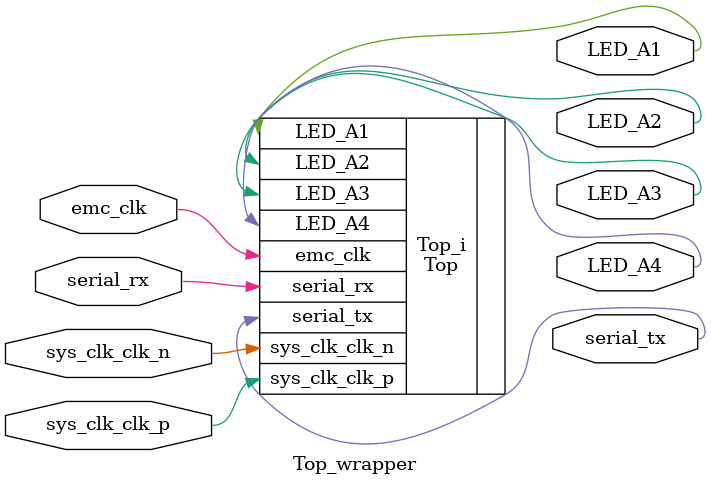
<source format=v>
`timescale 1 ps / 1 ps

module Top_wrapper
   (LED_A1,
    LED_A2,
    LED_A3,
    LED_A4,
    emc_clk,
    serial_rx,
    serial_tx,
    sys_clk_clk_n,
    sys_clk_clk_p);
  output [0:0]LED_A1;
  output [0:0]LED_A2;
  output [0:0]LED_A3;
  output [0:0]LED_A4;
  input emc_clk;
  input serial_rx;
  output serial_tx;
  input [0:0]sys_clk_clk_n;
  input [0:0]sys_clk_clk_p;

  wire [0:0]LED_A1;
  wire [0:0]LED_A2;
  wire [0:0]LED_A3;
  wire [0:0]LED_A4;
  wire emc_clk;
  wire serial_rx;
  wire serial_tx;
  wire [0:0]sys_clk_clk_n;
  wire [0:0]sys_clk_clk_p;

  Top Top_i
       (.LED_A1(LED_A1),
        .LED_A2(LED_A2),
        .LED_A3(LED_A3),
        .LED_A4(LED_A4),
        .emc_clk(emc_clk),
        .serial_rx(serial_rx),
        .serial_tx(serial_tx),
        .sys_clk_clk_n(sys_clk_clk_n),
        .sys_clk_clk_p(sys_clk_clk_p));
endmodule

</source>
